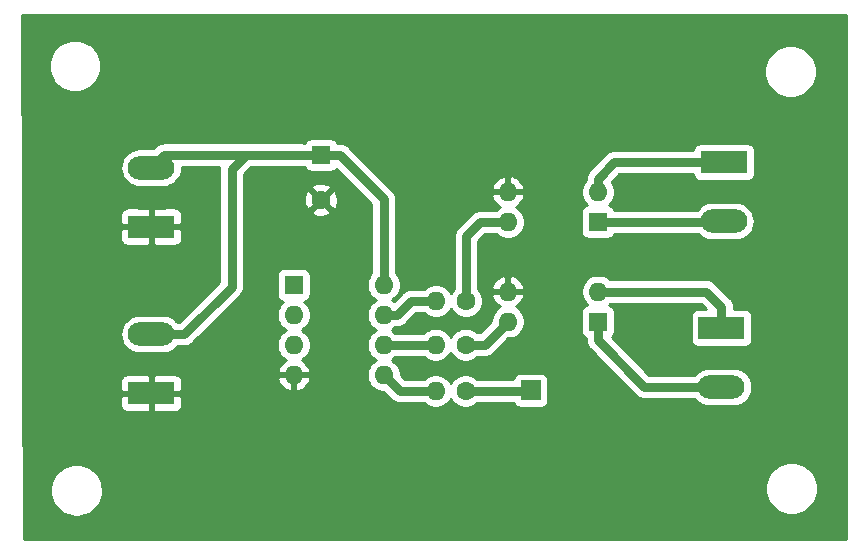
<source format=gbr>
G04 #@! TF.GenerationSoftware,KiCad,Pcbnew,(5.1.5)-3*
G04 #@! TF.CreationDate,2020-04-25T22:11:23+03:00*
G04 #@! TF.ProjectId,ATtiny85_NeoPixel_SKRv.1.3,41547469-6e79-4383-955f-4e656f506978,v.1.0*
G04 #@! TF.SameCoordinates,Original*
G04 #@! TF.FileFunction,Copper,L2,Bot*
G04 #@! TF.FilePolarity,Positive*
%FSLAX46Y46*%
G04 Gerber Fmt 4.6, Leading zero omitted, Abs format (unit mm)*
G04 Created by KiCad (PCBNEW (5.1.5)-3) date 2020-04-25 22:11:23*
%MOMM*%
%LPD*%
G04 APERTURE LIST*
%ADD10R,1.600000X1.600000*%
%ADD11C,1.600000*%
%ADD12O,3.960000X1.980000*%
%ADD13R,3.960000X1.980000*%
%ADD14R,1.700000X1.700000*%
%ADD15O,1.600000X1.600000*%
%ADD16C,0.800000*%
%ADD17C,0.254000*%
G04 APERTURE END LIST*
D10*
X71704200Y-60756800D03*
D11*
X71704200Y-64556800D03*
D12*
X57327800Y-61827400D03*
D13*
X57327800Y-66827400D03*
X57327800Y-80924400D03*
D12*
X57327800Y-75924400D03*
D14*
X89458800Y-80670400D03*
D12*
X105613200Y-80387200D03*
D13*
X105613200Y-75387200D03*
X105816400Y-61366400D03*
D12*
X105816400Y-66366400D03*
D15*
X81407000Y-80721200D03*
D11*
X83947000Y-80721200D03*
X83947000Y-76809600D03*
D15*
X81407000Y-76809600D03*
D11*
X83972400Y-73126600D03*
D15*
X81432400Y-73126600D03*
D10*
X69392800Y-71755000D03*
D15*
X77012800Y-79375000D03*
X69392800Y-74295000D03*
X77012800Y-76835000D03*
X69392800Y-76835000D03*
X77012800Y-74295000D03*
X69392800Y-79375000D03*
X77012800Y-71755000D03*
D10*
X95148400Y-74853800D03*
D15*
X87528400Y-72313800D03*
X95148400Y-72313800D03*
X87528400Y-74853800D03*
X87528400Y-66421000D03*
X95148400Y-63881000D03*
X87528400Y-63881000D03*
D10*
X95148400Y-66421000D03*
D16*
X58423800Y-60731400D02*
X57327800Y-61827400D01*
X70104200Y-60756800D02*
X70078800Y-60731400D01*
X77012800Y-64465400D02*
X77012800Y-70623630D01*
X77012800Y-70623630D02*
X77012800Y-71755000D01*
X73304200Y-60756800D02*
X77012800Y-64465400D01*
X71704200Y-60756800D02*
X73304200Y-60756800D01*
X71704200Y-60756800D02*
X70104200Y-60756800D01*
X64135000Y-61925200D02*
X65328800Y-60731400D01*
X65328800Y-60731400D02*
X58423800Y-60731400D01*
X57327800Y-75924400D02*
X60107800Y-75924400D01*
X70078800Y-60731400D02*
X65328800Y-60731400D01*
X60107800Y-75924400D02*
X64135000Y-71897200D01*
X64135000Y-71897200D02*
X64135000Y-61925200D01*
X89408000Y-80721200D02*
X89458800Y-80670400D01*
X83947000Y-80721200D02*
X89408000Y-80721200D01*
X99081800Y-80387200D02*
X102833200Y-80387200D01*
X95148400Y-76453800D02*
X99081800Y-80387200D01*
X102833200Y-80387200D02*
X105613200Y-80387200D01*
X95148400Y-74853800D02*
X95148400Y-76453800D01*
X104329800Y-72313800D02*
X105613200Y-73597200D01*
X105613200Y-73597200D02*
X105613200Y-75387200D01*
X95148400Y-72313800D02*
X104329800Y-72313800D01*
X103036400Y-61366400D02*
X105816400Y-61366400D01*
X95148400Y-62749630D02*
X96531630Y-61366400D01*
X96531630Y-61366400D02*
X103036400Y-61366400D01*
X95148400Y-63881000D02*
X95148400Y-62749630D01*
X105761800Y-66421000D02*
X105816400Y-66366400D01*
X95148400Y-66421000D02*
X105761800Y-66421000D01*
X78359000Y-80721200D02*
X77012800Y-79375000D01*
X81407000Y-80721200D02*
X78359000Y-80721200D01*
X85572600Y-76809600D02*
X87528400Y-74853800D01*
X83947000Y-76809600D02*
X85572600Y-76809600D01*
X81381600Y-76835000D02*
X81407000Y-76809600D01*
X77012800Y-76835000D02*
X81381600Y-76835000D01*
X83972400Y-73126600D02*
X83972400Y-67640200D01*
X85191600Y-66421000D02*
X87528400Y-66421000D01*
X83972400Y-67640200D02*
X85191600Y-66421000D01*
X79312570Y-73126600D02*
X81432400Y-73126600D01*
X77012800Y-74295000D02*
X78144170Y-74295000D01*
X78144170Y-74295000D02*
X79312570Y-73126600D01*
D17*
G36*
X116154234Y-93294127D02*
G01*
X46555602Y-93244271D01*
X46541134Y-88908472D01*
X48768200Y-88908472D01*
X48768200Y-89348728D01*
X48854090Y-89780525D01*
X49022569Y-90187269D01*
X49267162Y-90553329D01*
X49578471Y-90864638D01*
X49944531Y-91109231D01*
X50351275Y-91277710D01*
X50783072Y-91363600D01*
X51223328Y-91363600D01*
X51655125Y-91277710D01*
X52061869Y-91109231D01*
X52427929Y-90864638D01*
X52739238Y-90553329D01*
X52983831Y-90187269D01*
X53152310Y-89780525D01*
X53238200Y-89348728D01*
X53238200Y-88908472D01*
X53207886Y-88756072D01*
X109321800Y-88756072D01*
X109321800Y-89196328D01*
X109407690Y-89628125D01*
X109576169Y-90034869D01*
X109820762Y-90400929D01*
X110132071Y-90712238D01*
X110498131Y-90956831D01*
X110904875Y-91125310D01*
X111336672Y-91211200D01*
X111776928Y-91211200D01*
X112208725Y-91125310D01*
X112615469Y-90956831D01*
X112981529Y-90712238D01*
X113292838Y-90400929D01*
X113537431Y-90034869D01*
X113705910Y-89628125D01*
X113791800Y-89196328D01*
X113791800Y-88756072D01*
X113705910Y-88324275D01*
X113537431Y-87917531D01*
X113292838Y-87551471D01*
X112981529Y-87240162D01*
X112615469Y-86995569D01*
X112208725Y-86827090D01*
X111776928Y-86741200D01*
X111336672Y-86741200D01*
X110904875Y-86827090D01*
X110498131Y-86995569D01*
X110132071Y-87240162D01*
X109820762Y-87551471D01*
X109576169Y-87917531D01*
X109407690Y-88324275D01*
X109321800Y-88756072D01*
X53207886Y-88756072D01*
X53152310Y-88476675D01*
X52983831Y-88069931D01*
X52739238Y-87703871D01*
X52427929Y-87392562D01*
X52061869Y-87147969D01*
X51655125Y-86979490D01*
X51223328Y-86893600D01*
X50783072Y-86893600D01*
X50351275Y-86979490D01*
X49944531Y-87147969D01*
X49578471Y-87392562D01*
X49267162Y-87703871D01*
X49022569Y-88069931D01*
X48854090Y-88476675D01*
X48768200Y-88908472D01*
X46541134Y-88908472D01*
X46517795Y-81914400D01*
X54709728Y-81914400D01*
X54721988Y-82038882D01*
X54758298Y-82158580D01*
X54817263Y-82268894D01*
X54896615Y-82365585D01*
X54993306Y-82444937D01*
X55103620Y-82503902D01*
X55223318Y-82540212D01*
X55347800Y-82552472D01*
X57042050Y-82549400D01*
X57200800Y-82390650D01*
X57200800Y-81051400D01*
X57454800Y-81051400D01*
X57454800Y-82390650D01*
X57613550Y-82549400D01*
X59307800Y-82552472D01*
X59432282Y-82540212D01*
X59551980Y-82503902D01*
X59662294Y-82444937D01*
X59758985Y-82365585D01*
X59838337Y-82268894D01*
X59897302Y-82158580D01*
X59933612Y-82038882D01*
X59945872Y-81914400D01*
X59942800Y-81210150D01*
X59784050Y-81051400D01*
X57454800Y-81051400D01*
X57200800Y-81051400D01*
X54871550Y-81051400D01*
X54712800Y-81210150D01*
X54709728Y-81914400D01*
X46517795Y-81914400D01*
X46511188Y-79934400D01*
X54709728Y-79934400D01*
X54712800Y-80638650D01*
X54871550Y-80797400D01*
X57200800Y-80797400D01*
X57200800Y-79458150D01*
X57454800Y-79458150D01*
X57454800Y-80797400D01*
X59784050Y-80797400D01*
X59942800Y-80638650D01*
X59945872Y-79934400D01*
X59933612Y-79809918D01*
X59907561Y-79724039D01*
X68000896Y-79724039D01*
X68041554Y-79858087D01*
X68161763Y-80112420D01*
X68329281Y-80338414D01*
X68537669Y-80527385D01*
X68778919Y-80672070D01*
X69043760Y-80766909D01*
X69265800Y-80645624D01*
X69265800Y-79502000D01*
X69519800Y-79502000D01*
X69519800Y-80645624D01*
X69741840Y-80766909D01*
X70006681Y-80672070D01*
X70247931Y-80527385D01*
X70456319Y-80338414D01*
X70623837Y-80112420D01*
X70744046Y-79858087D01*
X70784704Y-79724039D01*
X70662715Y-79502000D01*
X69519800Y-79502000D01*
X69265800Y-79502000D01*
X68122885Y-79502000D01*
X68000896Y-79724039D01*
X59907561Y-79724039D01*
X59897302Y-79690220D01*
X59838337Y-79579906D01*
X59758985Y-79483215D01*
X59662294Y-79403863D01*
X59551980Y-79344898D01*
X59432282Y-79308588D01*
X59307800Y-79296328D01*
X57613550Y-79299400D01*
X57454800Y-79458150D01*
X57200800Y-79458150D01*
X57042050Y-79299400D01*
X55347800Y-79296328D01*
X55223318Y-79308588D01*
X55103620Y-79344898D01*
X54993306Y-79403863D01*
X54896615Y-79483215D01*
X54817263Y-79579906D01*
X54758298Y-79690220D01*
X54721988Y-79809918D01*
X54709728Y-79934400D01*
X46511188Y-79934400D01*
X46470753Y-67817400D01*
X54709728Y-67817400D01*
X54721988Y-67941882D01*
X54758298Y-68061580D01*
X54817263Y-68171894D01*
X54896615Y-68268585D01*
X54993306Y-68347937D01*
X55103620Y-68406902D01*
X55223318Y-68443212D01*
X55347800Y-68455472D01*
X57042050Y-68452400D01*
X57200800Y-68293650D01*
X57200800Y-66954400D01*
X57454800Y-66954400D01*
X57454800Y-68293650D01*
X57613550Y-68452400D01*
X59307800Y-68455472D01*
X59432282Y-68443212D01*
X59551980Y-68406902D01*
X59662294Y-68347937D01*
X59758985Y-68268585D01*
X59838337Y-68171894D01*
X59897302Y-68061580D01*
X59933612Y-67941882D01*
X59945872Y-67817400D01*
X59942800Y-67113150D01*
X59784050Y-66954400D01*
X57454800Y-66954400D01*
X57200800Y-66954400D01*
X54871550Y-66954400D01*
X54712800Y-67113150D01*
X54709728Y-67817400D01*
X46470753Y-67817400D01*
X46464146Y-65837400D01*
X54709728Y-65837400D01*
X54712800Y-66541650D01*
X54871550Y-66700400D01*
X57200800Y-66700400D01*
X57200800Y-65361150D01*
X57454800Y-65361150D01*
X57454800Y-66700400D01*
X59784050Y-66700400D01*
X59942800Y-66541650D01*
X59945872Y-65837400D01*
X59933612Y-65712918D01*
X59897302Y-65593220D01*
X59838337Y-65482906D01*
X59758985Y-65386215D01*
X59662294Y-65306863D01*
X59551980Y-65247898D01*
X59432282Y-65211588D01*
X59307800Y-65199328D01*
X57613550Y-65202400D01*
X57454800Y-65361150D01*
X57200800Y-65361150D01*
X57042050Y-65202400D01*
X55347800Y-65199328D01*
X55223318Y-65211588D01*
X55103620Y-65247898D01*
X54993306Y-65306863D01*
X54896615Y-65386215D01*
X54817263Y-65482906D01*
X54758298Y-65593220D01*
X54721988Y-65712918D01*
X54709728Y-65837400D01*
X46464146Y-65837400D01*
X46450764Y-61827400D01*
X54704938Y-61827400D01*
X54736313Y-62145956D01*
X54829232Y-62452269D01*
X54980125Y-62734570D01*
X55183192Y-62982008D01*
X55430630Y-63185075D01*
X55712931Y-63335968D01*
X56019244Y-63428887D01*
X56257976Y-63452400D01*
X58397624Y-63452400D01*
X58636356Y-63428887D01*
X58942669Y-63335968D01*
X59224970Y-63185075D01*
X59472408Y-62982008D01*
X59675475Y-62734570D01*
X59826368Y-62452269D01*
X59919287Y-62145956D01*
X59950662Y-61827400D01*
X59944654Y-61766400D01*
X63110634Y-61766400D01*
X63094994Y-61925200D01*
X63100001Y-61976038D01*
X63100000Y-71468489D01*
X59679090Y-74889400D01*
X59570568Y-74889400D01*
X59472408Y-74769792D01*
X59224970Y-74566725D01*
X58942669Y-74415832D01*
X58636356Y-74322913D01*
X58397624Y-74299400D01*
X56257976Y-74299400D01*
X56019244Y-74322913D01*
X55712931Y-74415832D01*
X55430630Y-74566725D01*
X55183192Y-74769792D01*
X54980125Y-75017230D01*
X54829232Y-75299531D01*
X54736313Y-75605844D01*
X54704938Y-75924400D01*
X54736313Y-76242956D01*
X54829232Y-76549269D01*
X54980125Y-76831570D01*
X55183192Y-77079008D01*
X55430630Y-77282075D01*
X55712931Y-77432968D01*
X56019244Y-77525887D01*
X56257976Y-77549400D01*
X58397624Y-77549400D01*
X58636356Y-77525887D01*
X58942669Y-77432968D01*
X59224970Y-77282075D01*
X59472408Y-77079008D01*
X59570568Y-76959400D01*
X60056972Y-76959400D01*
X60107800Y-76964406D01*
X60158628Y-76959400D01*
X60158638Y-76959400D01*
X60310695Y-76944424D01*
X60505793Y-76885241D01*
X60685597Y-76789134D01*
X60843196Y-76659796D01*
X60875607Y-76620303D01*
X64830908Y-72665003D01*
X64870396Y-72632596D01*
X64932278Y-72557193D01*
X64999734Y-72474998D01*
X65095840Y-72295194D01*
X65095841Y-72295193D01*
X65155024Y-72100095D01*
X65170000Y-71948038D01*
X65170000Y-71948035D01*
X65175007Y-71897200D01*
X65170000Y-71846365D01*
X65170000Y-70955000D01*
X67954728Y-70955000D01*
X67954728Y-72555000D01*
X67966988Y-72679482D01*
X68003298Y-72799180D01*
X68062263Y-72909494D01*
X68141615Y-73006185D01*
X68238306Y-73085537D01*
X68348620Y-73144502D01*
X68468318Y-73180812D01*
X68476761Y-73181643D01*
X68278163Y-73380241D01*
X68121120Y-73615273D01*
X68012947Y-73876426D01*
X67957800Y-74153665D01*
X67957800Y-74436335D01*
X68012947Y-74713574D01*
X68121120Y-74974727D01*
X68278163Y-75209759D01*
X68478041Y-75409637D01*
X68710559Y-75565000D01*
X68478041Y-75720363D01*
X68278163Y-75920241D01*
X68121120Y-76155273D01*
X68012947Y-76416426D01*
X67957800Y-76693665D01*
X67957800Y-76976335D01*
X68012947Y-77253574D01*
X68121120Y-77514727D01*
X68278163Y-77749759D01*
X68478041Y-77949637D01*
X68713073Y-78106680D01*
X68723665Y-78111067D01*
X68537669Y-78222615D01*
X68329281Y-78411586D01*
X68161763Y-78637580D01*
X68041554Y-78891913D01*
X68000896Y-79025961D01*
X68122885Y-79248000D01*
X69265800Y-79248000D01*
X69265800Y-79228000D01*
X69519800Y-79228000D01*
X69519800Y-79248000D01*
X70662715Y-79248000D01*
X70784704Y-79025961D01*
X70744046Y-78891913D01*
X70623837Y-78637580D01*
X70456319Y-78411586D01*
X70247931Y-78222615D01*
X70061935Y-78111067D01*
X70072527Y-78106680D01*
X70307559Y-77949637D01*
X70507437Y-77749759D01*
X70664480Y-77514727D01*
X70772653Y-77253574D01*
X70827800Y-76976335D01*
X70827800Y-76693665D01*
X70772653Y-76416426D01*
X70664480Y-76155273D01*
X70507437Y-75920241D01*
X70307559Y-75720363D01*
X70075041Y-75565000D01*
X70307559Y-75409637D01*
X70507437Y-75209759D01*
X70664480Y-74974727D01*
X70772653Y-74713574D01*
X70827800Y-74436335D01*
X70827800Y-74153665D01*
X70772653Y-73876426D01*
X70664480Y-73615273D01*
X70507437Y-73380241D01*
X70308839Y-73181643D01*
X70317282Y-73180812D01*
X70436980Y-73144502D01*
X70547294Y-73085537D01*
X70643985Y-73006185D01*
X70723337Y-72909494D01*
X70782302Y-72799180D01*
X70818612Y-72679482D01*
X70830872Y-72555000D01*
X70830872Y-70955000D01*
X70818612Y-70830518D01*
X70782302Y-70710820D01*
X70723337Y-70600506D01*
X70643985Y-70503815D01*
X70547294Y-70424463D01*
X70436980Y-70365498D01*
X70317282Y-70329188D01*
X70192800Y-70316928D01*
X68592800Y-70316928D01*
X68468318Y-70329188D01*
X68348620Y-70365498D01*
X68238306Y-70424463D01*
X68141615Y-70503815D01*
X68062263Y-70600506D01*
X68003298Y-70710820D01*
X67966988Y-70830518D01*
X67954728Y-70955000D01*
X65170000Y-70955000D01*
X65170000Y-65549502D01*
X70891103Y-65549502D01*
X70962686Y-65793471D01*
X71218196Y-65914371D01*
X71492384Y-65983100D01*
X71774712Y-65997017D01*
X72054330Y-65955587D01*
X72320492Y-65860403D01*
X72445714Y-65793471D01*
X72517297Y-65549502D01*
X71704200Y-64736405D01*
X70891103Y-65549502D01*
X65170000Y-65549502D01*
X65170000Y-64627312D01*
X70263983Y-64627312D01*
X70305413Y-64906930D01*
X70400597Y-65173092D01*
X70467529Y-65298314D01*
X70711498Y-65369897D01*
X71524595Y-64556800D01*
X71883805Y-64556800D01*
X72696902Y-65369897D01*
X72940871Y-65298314D01*
X73061771Y-65042804D01*
X73130500Y-64768616D01*
X73144417Y-64486288D01*
X73102987Y-64206670D01*
X73007803Y-63940508D01*
X72940871Y-63815286D01*
X72696902Y-63743703D01*
X71883805Y-64556800D01*
X71524595Y-64556800D01*
X70711498Y-63743703D01*
X70467529Y-63815286D01*
X70346629Y-64070796D01*
X70277900Y-64344984D01*
X70263983Y-64627312D01*
X65170000Y-64627312D01*
X65170000Y-63564098D01*
X70891103Y-63564098D01*
X71704200Y-64377195D01*
X72517297Y-63564098D01*
X72445714Y-63320129D01*
X72190204Y-63199229D01*
X71916016Y-63130500D01*
X71633688Y-63116583D01*
X71354070Y-63158013D01*
X71087908Y-63253197D01*
X70962686Y-63320129D01*
X70891103Y-63564098D01*
X65170000Y-63564098D01*
X65170000Y-62353910D01*
X65757511Y-61766400D01*
X69866942Y-61766400D01*
X69901305Y-61776824D01*
X70053362Y-61791800D01*
X70053371Y-61791800D01*
X70104199Y-61796806D01*
X70155027Y-61791800D01*
X70311913Y-61791800D01*
X70314698Y-61800980D01*
X70373663Y-61911294D01*
X70453015Y-62007985D01*
X70549706Y-62087337D01*
X70660020Y-62146302D01*
X70779718Y-62182612D01*
X70904200Y-62194872D01*
X72504200Y-62194872D01*
X72628682Y-62182612D01*
X72748380Y-62146302D01*
X72858694Y-62087337D01*
X72955385Y-62007985D01*
X73016818Y-61933128D01*
X75977800Y-64894111D01*
X75977801Y-70572783D01*
X75977800Y-70572793D01*
X75977800Y-70760604D01*
X75898163Y-70840241D01*
X75741120Y-71075273D01*
X75632947Y-71336426D01*
X75577800Y-71613665D01*
X75577800Y-71896335D01*
X75632947Y-72173574D01*
X75741120Y-72434727D01*
X75898163Y-72669759D01*
X76098041Y-72869637D01*
X76330559Y-73025000D01*
X76098041Y-73180363D01*
X75898163Y-73380241D01*
X75741120Y-73615273D01*
X75632947Y-73876426D01*
X75577800Y-74153665D01*
X75577800Y-74436335D01*
X75632947Y-74713574D01*
X75741120Y-74974727D01*
X75898163Y-75209759D01*
X76098041Y-75409637D01*
X76330559Y-75565000D01*
X76098041Y-75720363D01*
X75898163Y-75920241D01*
X75741120Y-76155273D01*
X75632947Y-76416426D01*
X75577800Y-76693665D01*
X75577800Y-76976335D01*
X75632947Y-77253574D01*
X75741120Y-77514727D01*
X75898163Y-77749759D01*
X76098041Y-77949637D01*
X76330559Y-78105000D01*
X76098041Y-78260363D01*
X75898163Y-78460241D01*
X75741120Y-78695273D01*
X75632947Y-78956426D01*
X75577800Y-79233665D01*
X75577800Y-79516335D01*
X75632947Y-79793574D01*
X75741120Y-80054727D01*
X75898163Y-80289759D01*
X76098041Y-80489637D01*
X76333073Y-80646680D01*
X76594226Y-80754853D01*
X76871465Y-80810000D01*
X76984089Y-80810000D01*
X77591197Y-81417108D01*
X77623604Y-81456596D01*
X77663092Y-81489003D01*
X77781202Y-81585934D01*
X77874793Y-81635959D01*
X77961007Y-81682041D01*
X78156105Y-81741224D01*
X78308162Y-81756200D01*
X78308171Y-81756200D01*
X78358999Y-81761206D01*
X78409827Y-81756200D01*
X80412604Y-81756200D01*
X80492241Y-81835837D01*
X80727273Y-81992880D01*
X80988426Y-82101053D01*
X81265665Y-82156200D01*
X81548335Y-82156200D01*
X81825574Y-82101053D01*
X82086727Y-81992880D01*
X82321759Y-81835837D01*
X82521637Y-81635959D01*
X82677000Y-81403441D01*
X82832363Y-81635959D01*
X83032241Y-81835837D01*
X83267273Y-81992880D01*
X83528426Y-82101053D01*
X83805665Y-82156200D01*
X84088335Y-82156200D01*
X84365574Y-82101053D01*
X84626727Y-81992880D01*
X84861759Y-81835837D01*
X84941396Y-81756200D01*
X88016756Y-81756200D01*
X88019298Y-81764580D01*
X88078263Y-81874894D01*
X88157615Y-81971585D01*
X88254306Y-82050937D01*
X88364620Y-82109902D01*
X88484318Y-82146212D01*
X88608800Y-82158472D01*
X90308800Y-82158472D01*
X90433282Y-82146212D01*
X90552980Y-82109902D01*
X90663294Y-82050937D01*
X90759985Y-81971585D01*
X90839337Y-81874894D01*
X90898302Y-81764580D01*
X90934612Y-81644882D01*
X90946872Y-81520400D01*
X90946872Y-79820400D01*
X90934612Y-79695918D01*
X90898302Y-79576220D01*
X90839337Y-79465906D01*
X90759985Y-79369215D01*
X90663294Y-79289863D01*
X90552980Y-79230898D01*
X90433282Y-79194588D01*
X90308800Y-79182328D01*
X88608800Y-79182328D01*
X88484318Y-79194588D01*
X88364620Y-79230898D01*
X88254306Y-79289863D01*
X88157615Y-79369215D01*
X88078263Y-79465906D01*
X88019298Y-79576220D01*
X87985936Y-79686200D01*
X84941396Y-79686200D01*
X84861759Y-79606563D01*
X84626727Y-79449520D01*
X84365574Y-79341347D01*
X84088335Y-79286200D01*
X83805665Y-79286200D01*
X83528426Y-79341347D01*
X83267273Y-79449520D01*
X83032241Y-79606563D01*
X82832363Y-79806441D01*
X82677000Y-80038959D01*
X82521637Y-79806441D01*
X82321759Y-79606563D01*
X82086727Y-79449520D01*
X81825574Y-79341347D01*
X81548335Y-79286200D01*
X81265665Y-79286200D01*
X80988426Y-79341347D01*
X80727273Y-79449520D01*
X80492241Y-79606563D01*
X80412604Y-79686200D01*
X78787711Y-79686200D01*
X78447800Y-79346289D01*
X78447800Y-79233665D01*
X78392653Y-78956426D01*
X78284480Y-78695273D01*
X78127437Y-78460241D01*
X77927559Y-78260363D01*
X77695041Y-78105000D01*
X77927559Y-77949637D01*
X78007196Y-77870000D01*
X80438004Y-77870000D01*
X80492241Y-77924237D01*
X80727273Y-78081280D01*
X80988426Y-78189453D01*
X81265665Y-78244600D01*
X81548335Y-78244600D01*
X81825574Y-78189453D01*
X82086727Y-78081280D01*
X82321759Y-77924237D01*
X82521637Y-77724359D01*
X82677000Y-77491841D01*
X82832363Y-77724359D01*
X83032241Y-77924237D01*
X83267273Y-78081280D01*
X83528426Y-78189453D01*
X83805665Y-78244600D01*
X84088335Y-78244600D01*
X84365574Y-78189453D01*
X84626727Y-78081280D01*
X84861759Y-77924237D01*
X84941396Y-77844600D01*
X85521772Y-77844600D01*
X85572600Y-77849606D01*
X85623428Y-77844600D01*
X85623438Y-77844600D01*
X85775495Y-77829624D01*
X85970593Y-77770441D01*
X86150397Y-77674334D01*
X86307996Y-77544996D01*
X86340407Y-77505503D01*
X87557111Y-76288800D01*
X87669735Y-76288800D01*
X87946974Y-76233653D01*
X88208127Y-76125480D01*
X88443159Y-75968437D01*
X88643037Y-75768559D01*
X88800080Y-75533527D01*
X88908253Y-75272374D01*
X88963400Y-74995135D01*
X88963400Y-74712465D01*
X88908253Y-74435226D01*
X88800080Y-74174073D01*
X88719717Y-74053800D01*
X93710328Y-74053800D01*
X93710328Y-75653800D01*
X93722588Y-75778282D01*
X93758898Y-75897980D01*
X93817863Y-76008294D01*
X93897215Y-76104985D01*
X93993906Y-76184337D01*
X94104220Y-76243302D01*
X94113401Y-76246087D01*
X94113401Y-76402963D01*
X94108394Y-76453800D01*
X94128377Y-76656695D01*
X94187560Y-76851793D01*
X94283666Y-77031597D01*
X94380597Y-77149707D01*
X94413005Y-77189196D01*
X94452492Y-77221602D01*
X98313997Y-81083108D01*
X98346404Y-81122596D01*
X98385892Y-81155003D01*
X98504002Y-81251934D01*
X98683806Y-81348041D01*
X98729215Y-81361815D01*
X98878905Y-81407224D01*
X99030962Y-81422200D01*
X99030965Y-81422200D01*
X99081800Y-81427207D01*
X99132635Y-81422200D01*
X103370432Y-81422200D01*
X103468592Y-81541808D01*
X103716030Y-81744875D01*
X103998331Y-81895768D01*
X104304644Y-81988687D01*
X104543376Y-82012200D01*
X106683024Y-82012200D01*
X106921756Y-81988687D01*
X107228069Y-81895768D01*
X107510370Y-81744875D01*
X107757808Y-81541808D01*
X107960875Y-81294370D01*
X108111768Y-81012069D01*
X108204687Y-80705756D01*
X108236062Y-80387200D01*
X108204687Y-80068644D01*
X108111768Y-79762331D01*
X107960875Y-79480030D01*
X107757808Y-79232592D01*
X107510370Y-79029525D01*
X107228069Y-78878632D01*
X106921756Y-78785713D01*
X106683024Y-78762200D01*
X104543376Y-78762200D01*
X104304644Y-78785713D01*
X103998331Y-78878632D01*
X103716030Y-79029525D01*
X103468592Y-79232592D01*
X103370432Y-79352200D01*
X99510511Y-79352200D01*
X96324728Y-76166418D01*
X96399585Y-76104985D01*
X96478937Y-76008294D01*
X96537902Y-75897980D01*
X96574212Y-75778282D01*
X96586472Y-75653800D01*
X96586472Y-74053800D01*
X96574212Y-73929318D01*
X96537902Y-73809620D01*
X96478937Y-73699306D01*
X96399585Y-73602615D01*
X96302894Y-73523263D01*
X96192580Y-73464298D01*
X96072882Y-73427988D01*
X96064439Y-73427157D01*
X96142796Y-73348800D01*
X103901090Y-73348800D01*
X104311417Y-73759128D01*
X103633200Y-73759128D01*
X103508718Y-73771388D01*
X103389020Y-73807698D01*
X103278706Y-73866663D01*
X103182015Y-73946015D01*
X103102663Y-74042706D01*
X103043698Y-74153020D01*
X103007388Y-74272718D01*
X102995128Y-74397200D01*
X102995128Y-76377200D01*
X103007388Y-76501682D01*
X103043698Y-76621380D01*
X103102663Y-76731694D01*
X103182015Y-76828385D01*
X103278706Y-76907737D01*
X103389020Y-76966702D01*
X103508718Y-77003012D01*
X103633200Y-77015272D01*
X107593200Y-77015272D01*
X107717682Y-77003012D01*
X107837380Y-76966702D01*
X107947694Y-76907737D01*
X108044385Y-76828385D01*
X108123737Y-76731694D01*
X108182702Y-76621380D01*
X108219012Y-76501682D01*
X108231272Y-76377200D01*
X108231272Y-74397200D01*
X108219012Y-74272718D01*
X108182702Y-74153020D01*
X108123737Y-74042706D01*
X108044385Y-73946015D01*
X107947694Y-73866663D01*
X107837380Y-73807698D01*
X107717682Y-73771388D01*
X107593200Y-73759128D01*
X106648200Y-73759128D01*
X106648200Y-73648035D01*
X106653207Y-73597200D01*
X106645925Y-73523263D01*
X106633224Y-73394305D01*
X106574041Y-73199207D01*
X106513283Y-73085537D01*
X106477934Y-73019402D01*
X106381003Y-72901292D01*
X106348596Y-72861804D01*
X106309108Y-72829397D01*
X105097607Y-71617897D01*
X105065196Y-71578404D01*
X104907597Y-71449066D01*
X104727793Y-71352959D01*
X104532695Y-71293776D01*
X104380638Y-71278800D01*
X104380628Y-71278800D01*
X104329800Y-71273794D01*
X104278972Y-71278800D01*
X96142796Y-71278800D01*
X96063159Y-71199163D01*
X95828127Y-71042120D01*
X95566974Y-70933947D01*
X95289735Y-70878800D01*
X95007065Y-70878800D01*
X94729826Y-70933947D01*
X94468673Y-71042120D01*
X94233641Y-71199163D01*
X94033763Y-71399041D01*
X93876720Y-71634073D01*
X93768547Y-71895226D01*
X93713400Y-72172465D01*
X93713400Y-72455135D01*
X93768547Y-72732374D01*
X93876720Y-72993527D01*
X94033763Y-73228559D01*
X94232361Y-73427157D01*
X94223918Y-73427988D01*
X94104220Y-73464298D01*
X93993906Y-73523263D01*
X93897215Y-73602615D01*
X93817863Y-73699306D01*
X93758898Y-73809620D01*
X93722588Y-73929318D01*
X93710328Y-74053800D01*
X88719717Y-74053800D01*
X88643037Y-73939041D01*
X88443159Y-73739163D01*
X88208127Y-73582120D01*
X88197535Y-73577733D01*
X88383531Y-73466185D01*
X88591919Y-73277214D01*
X88759437Y-73051220D01*
X88879646Y-72796887D01*
X88920304Y-72662839D01*
X88798315Y-72440800D01*
X87655400Y-72440800D01*
X87655400Y-72460800D01*
X87401400Y-72460800D01*
X87401400Y-72440800D01*
X86258485Y-72440800D01*
X86136496Y-72662839D01*
X86177154Y-72796887D01*
X86297363Y-73051220D01*
X86464881Y-73277214D01*
X86673269Y-73466185D01*
X86859265Y-73577733D01*
X86848673Y-73582120D01*
X86613641Y-73739163D01*
X86413763Y-73939041D01*
X86256720Y-74174073D01*
X86148547Y-74435226D01*
X86093400Y-74712465D01*
X86093400Y-74825089D01*
X85143890Y-75774600D01*
X84941396Y-75774600D01*
X84861759Y-75694963D01*
X84626727Y-75537920D01*
X84365574Y-75429747D01*
X84088335Y-75374600D01*
X83805665Y-75374600D01*
X83528426Y-75429747D01*
X83267273Y-75537920D01*
X83032241Y-75694963D01*
X82832363Y-75894841D01*
X82677000Y-76127359D01*
X82521637Y-75894841D01*
X82321759Y-75694963D01*
X82086727Y-75537920D01*
X81825574Y-75429747D01*
X81548335Y-75374600D01*
X81265665Y-75374600D01*
X80988426Y-75429747D01*
X80727273Y-75537920D01*
X80492241Y-75694963D01*
X80387204Y-75800000D01*
X78007196Y-75800000D01*
X77927559Y-75720363D01*
X77695041Y-75565000D01*
X77927559Y-75409637D01*
X78007196Y-75330000D01*
X78093342Y-75330000D01*
X78144170Y-75335006D01*
X78194998Y-75330000D01*
X78195008Y-75330000D01*
X78347065Y-75315024D01*
X78542163Y-75255841D01*
X78721967Y-75159734D01*
X78879566Y-75030396D01*
X78911977Y-74990903D01*
X79741281Y-74161600D01*
X80438004Y-74161600D01*
X80517641Y-74241237D01*
X80752673Y-74398280D01*
X81013826Y-74506453D01*
X81291065Y-74561600D01*
X81573735Y-74561600D01*
X81850974Y-74506453D01*
X82112127Y-74398280D01*
X82347159Y-74241237D01*
X82547037Y-74041359D01*
X82702400Y-73808841D01*
X82857763Y-74041359D01*
X83057641Y-74241237D01*
X83292673Y-74398280D01*
X83553826Y-74506453D01*
X83831065Y-74561600D01*
X84113735Y-74561600D01*
X84390974Y-74506453D01*
X84652127Y-74398280D01*
X84887159Y-74241237D01*
X85087037Y-74041359D01*
X85244080Y-73806327D01*
X85352253Y-73545174D01*
X85407400Y-73267935D01*
X85407400Y-72985265D01*
X85352253Y-72708026D01*
X85244080Y-72446873D01*
X85087037Y-72211841D01*
X85007400Y-72132204D01*
X85007400Y-71964761D01*
X86136496Y-71964761D01*
X86258485Y-72186800D01*
X87401400Y-72186800D01*
X87401400Y-71043176D01*
X87655400Y-71043176D01*
X87655400Y-72186800D01*
X88798315Y-72186800D01*
X88920304Y-71964761D01*
X88879646Y-71830713D01*
X88759437Y-71576380D01*
X88591919Y-71350386D01*
X88383531Y-71161415D01*
X88142281Y-71016730D01*
X87877440Y-70921891D01*
X87655400Y-71043176D01*
X87401400Y-71043176D01*
X87179360Y-70921891D01*
X86914519Y-71016730D01*
X86673269Y-71161415D01*
X86464881Y-71350386D01*
X86297363Y-71576380D01*
X86177154Y-71830713D01*
X86136496Y-71964761D01*
X85007400Y-71964761D01*
X85007400Y-68068910D01*
X85620311Y-67456000D01*
X86534004Y-67456000D01*
X86613641Y-67535637D01*
X86848673Y-67692680D01*
X87109826Y-67800853D01*
X87387065Y-67856000D01*
X87669735Y-67856000D01*
X87946974Y-67800853D01*
X88208127Y-67692680D01*
X88443159Y-67535637D01*
X88643037Y-67335759D01*
X88800080Y-67100727D01*
X88908253Y-66839574D01*
X88963400Y-66562335D01*
X88963400Y-66279665D01*
X88908253Y-66002426D01*
X88800080Y-65741273D01*
X88719717Y-65621000D01*
X93710328Y-65621000D01*
X93710328Y-67221000D01*
X93722588Y-67345482D01*
X93758898Y-67465180D01*
X93817863Y-67575494D01*
X93897215Y-67672185D01*
X93993906Y-67751537D01*
X94104220Y-67810502D01*
X94223918Y-67846812D01*
X94348400Y-67859072D01*
X95948400Y-67859072D01*
X96072882Y-67846812D01*
X96192580Y-67810502D01*
X96302894Y-67751537D01*
X96399585Y-67672185D01*
X96478937Y-67575494D01*
X96537902Y-67465180D01*
X96540687Y-67456000D01*
X103618441Y-67456000D01*
X103671792Y-67521008D01*
X103919230Y-67724075D01*
X104201531Y-67874968D01*
X104507844Y-67967887D01*
X104746576Y-67991400D01*
X106886224Y-67991400D01*
X107124956Y-67967887D01*
X107431269Y-67874968D01*
X107713570Y-67724075D01*
X107961008Y-67521008D01*
X108164075Y-67273570D01*
X108314968Y-66991269D01*
X108407887Y-66684956D01*
X108439262Y-66366400D01*
X108407887Y-66047844D01*
X108314968Y-65741531D01*
X108164075Y-65459230D01*
X107961008Y-65211792D01*
X107713570Y-65008725D01*
X107431269Y-64857832D01*
X107124956Y-64764913D01*
X106886224Y-64741400D01*
X104746576Y-64741400D01*
X104507844Y-64764913D01*
X104201531Y-64857832D01*
X103919230Y-65008725D01*
X103671792Y-65211792D01*
X103528823Y-65386000D01*
X96540687Y-65386000D01*
X96537902Y-65376820D01*
X96478937Y-65266506D01*
X96399585Y-65169815D01*
X96302894Y-65090463D01*
X96192580Y-65031498D01*
X96072882Y-64995188D01*
X96064439Y-64994357D01*
X96263037Y-64795759D01*
X96420080Y-64560727D01*
X96528253Y-64299574D01*
X96583400Y-64022335D01*
X96583400Y-63739665D01*
X96528253Y-63462426D01*
X96420080Y-63201273D01*
X96316094Y-63045646D01*
X96960341Y-62401400D01*
X103202760Y-62401400D01*
X103210588Y-62480882D01*
X103246898Y-62600580D01*
X103305863Y-62710894D01*
X103385215Y-62807585D01*
X103481906Y-62886937D01*
X103592220Y-62945902D01*
X103711918Y-62982212D01*
X103836400Y-62994472D01*
X107796400Y-62994472D01*
X107920882Y-62982212D01*
X108040580Y-62945902D01*
X108150894Y-62886937D01*
X108247585Y-62807585D01*
X108326937Y-62710894D01*
X108385902Y-62600580D01*
X108422212Y-62480882D01*
X108434472Y-62356400D01*
X108434472Y-60376400D01*
X108422212Y-60251918D01*
X108385902Y-60132220D01*
X108326937Y-60021906D01*
X108247585Y-59925215D01*
X108150894Y-59845863D01*
X108040580Y-59786898D01*
X107920882Y-59750588D01*
X107796400Y-59738328D01*
X103836400Y-59738328D01*
X103711918Y-59750588D01*
X103592220Y-59786898D01*
X103481906Y-59845863D01*
X103385215Y-59925215D01*
X103305863Y-60021906D01*
X103246898Y-60132220D01*
X103210588Y-60251918D01*
X103202760Y-60331400D01*
X96582465Y-60331400D01*
X96531630Y-60326393D01*
X96480795Y-60331400D01*
X96480792Y-60331400D01*
X96328735Y-60346376D01*
X96179045Y-60391785D01*
X96133636Y-60405559D01*
X95953832Y-60501666D01*
X95835722Y-60598597D01*
X95796234Y-60631004D01*
X95763827Y-60670492D01*
X94452492Y-61981828D01*
X94413005Y-62014234D01*
X94380598Y-62053722D01*
X94380597Y-62053723D01*
X94283666Y-62171833D01*
X94187560Y-62351637D01*
X94128377Y-62546735D01*
X94108394Y-62749630D01*
X94113401Y-62800467D01*
X94113401Y-62886603D01*
X94033763Y-62966241D01*
X93876720Y-63201273D01*
X93768547Y-63462426D01*
X93713400Y-63739665D01*
X93713400Y-64022335D01*
X93768547Y-64299574D01*
X93876720Y-64560727D01*
X94033763Y-64795759D01*
X94232361Y-64994357D01*
X94223918Y-64995188D01*
X94104220Y-65031498D01*
X93993906Y-65090463D01*
X93897215Y-65169815D01*
X93817863Y-65266506D01*
X93758898Y-65376820D01*
X93722588Y-65496518D01*
X93710328Y-65621000D01*
X88719717Y-65621000D01*
X88643037Y-65506241D01*
X88443159Y-65306363D01*
X88208127Y-65149320D01*
X88197535Y-65144933D01*
X88383531Y-65033385D01*
X88591919Y-64844414D01*
X88759437Y-64618420D01*
X88879646Y-64364087D01*
X88920304Y-64230039D01*
X88798315Y-64008000D01*
X87655400Y-64008000D01*
X87655400Y-64028000D01*
X87401400Y-64028000D01*
X87401400Y-64008000D01*
X86258485Y-64008000D01*
X86136496Y-64230039D01*
X86177154Y-64364087D01*
X86297363Y-64618420D01*
X86464881Y-64844414D01*
X86673269Y-65033385D01*
X86859265Y-65144933D01*
X86848673Y-65149320D01*
X86613641Y-65306363D01*
X86534004Y-65386000D01*
X85242427Y-65386000D01*
X85191599Y-65380994D01*
X85140771Y-65386000D01*
X85140762Y-65386000D01*
X84988705Y-65400976D01*
X84793607Y-65460159D01*
X84725584Y-65496518D01*
X84613802Y-65556266D01*
X84568774Y-65593220D01*
X84456204Y-65685604D01*
X84423797Y-65725092D01*
X83276492Y-66872398D01*
X83237005Y-66904804D01*
X83204598Y-66944292D01*
X83204597Y-66944293D01*
X83107666Y-67062403D01*
X83011560Y-67242207D01*
X82952377Y-67437305D01*
X82932394Y-67640200D01*
X82937401Y-67691038D01*
X82937400Y-72132204D01*
X82857763Y-72211841D01*
X82702400Y-72444359D01*
X82547037Y-72211841D01*
X82347159Y-72011963D01*
X82112127Y-71854920D01*
X81850974Y-71746747D01*
X81573735Y-71691600D01*
X81291065Y-71691600D01*
X81013826Y-71746747D01*
X80752673Y-71854920D01*
X80517641Y-72011963D01*
X80438004Y-72091600D01*
X79363397Y-72091600D01*
X79312569Y-72086594D01*
X79261741Y-72091600D01*
X79261732Y-72091600D01*
X79109675Y-72106576D01*
X78914577Y-72165759D01*
X78875212Y-72186800D01*
X78734772Y-72261866D01*
X78671491Y-72313800D01*
X78577174Y-72391204D01*
X78544767Y-72430692D01*
X77848154Y-73127306D01*
X77695041Y-73025000D01*
X77927559Y-72869637D01*
X78127437Y-72669759D01*
X78284480Y-72434727D01*
X78392653Y-72173574D01*
X78447800Y-71896335D01*
X78447800Y-71613665D01*
X78392653Y-71336426D01*
X78284480Y-71075273D01*
X78127437Y-70840241D01*
X78047800Y-70760604D01*
X78047800Y-64516227D01*
X78052806Y-64465399D01*
X78047800Y-64414571D01*
X78047800Y-64414562D01*
X78032824Y-64262505D01*
X77973641Y-64067407D01*
X77901178Y-63931837D01*
X77877534Y-63887602D01*
X77780603Y-63769492D01*
X77748196Y-63730004D01*
X77708708Y-63697597D01*
X77543072Y-63531961D01*
X86136496Y-63531961D01*
X86258485Y-63754000D01*
X87401400Y-63754000D01*
X87401400Y-62610376D01*
X87655400Y-62610376D01*
X87655400Y-63754000D01*
X88798315Y-63754000D01*
X88920304Y-63531961D01*
X88879646Y-63397913D01*
X88759437Y-63143580D01*
X88591919Y-62917586D01*
X88383531Y-62728615D01*
X88142281Y-62583930D01*
X87877440Y-62489091D01*
X87655400Y-62610376D01*
X87401400Y-62610376D01*
X87179360Y-62489091D01*
X86914519Y-62583930D01*
X86673269Y-62728615D01*
X86464881Y-62917586D01*
X86297363Y-63143580D01*
X86177154Y-63397913D01*
X86136496Y-63531961D01*
X77543072Y-63531961D01*
X74072007Y-60060897D01*
X74039596Y-60021404D01*
X73881997Y-59892066D01*
X73702193Y-59795959D01*
X73507095Y-59736776D01*
X73355038Y-59721800D01*
X73355028Y-59721800D01*
X73304200Y-59716794D01*
X73253372Y-59721800D01*
X73096487Y-59721800D01*
X73093702Y-59712620D01*
X73034737Y-59602306D01*
X72955385Y-59505615D01*
X72858694Y-59426263D01*
X72748380Y-59367298D01*
X72628682Y-59330988D01*
X72504200Y-59318728D01*
X70904200Y-59318728D01*
X70779718Y-59330988D01*
X70660020Y-59367298D01*
X70549706Y-59426263D01*
X70453015Y-59505615D01*
X70373663Y-59602306D01*
X70314698Y-59712620D01*
X70312263Y-59720649D01*
X70281695Y-59711376D01*
X70129638Y-59696400D01*
X70129628Y-59696400D01*
X70078800Y-59691394D01*
X70027972Y-59696400D01*
X65379627Y-59696400D01*
X65328799Y-59691394D01*
X65277971Y-59696400D01*
X58474627Y-59696400D01*
X58423799Y-59691394D01*
X58372971Y-59696400D01*
X58372962Y-59696400D01*
X58220905Y-59711376D01*
X58025807Y-59770559D01*
X57995239Y-59786898D01*
X57846002Y-59866666D01*
X57736174Y-59956800D01*
X57688404Y-59996004D01*
X57655997Y-60035492D01*
X57489089Y-60202400D01*
X56257976Y-60202400D01*
X56019244Y-60225913D01*
X55712931Y-60318832D01*
X55430630Y-60469725D01*
X55183192Y-60672792D01*
X54980125Y-60920230D01*
X54829232Y-61202531D01*
X54736313Y-61508844D01*
X54704938Y-61827400D01*
X46450764Y-61827400D01*
X46421283Y-52992872D01*
X48641200Y-52992872D01*
X48641200Y-53433128D01*
X48727090Y-53864925D01*
X48895569Y-54271669D01*
X49140162Y-54637729D01*
X49451471Y-54949038D01*
X49817531Y-55193631D01*
X50224275Y-55362110D01*
X50656072Y-55448000D01*
X51096328Y-55448000D01*
X51528125Y-55362110D01*
X51934869Y-55193631D01*
X52300929Y-54949038D01*
X52612238Y-54637729D01*
X52856831Y-54271669D01*
X53025310Y-53864925D01*
X53102777Y-53475472D01*
X109220200Y-53475472D01*
X109220200Y-53915728D01*
X109306090Y-54347525D01*
X109474569Y-54754269D01*
X109719162Y-55120329D01*
X110030471Y-55431638D01*
X110396531Y-55676231D01*
X110803275Y-55844710D01*
X111235072Y-55930600D01*
X111675328Y-55930600D01*
X112107125Y-55844710D01*
X112513869Y-55676231D01*
X112879929Y-55431638D01*
X113191238Y-55120329D01*
X113435831Y-54754269D01*
X113604310Y-54347525D01*
X113690200Y-53915728D01*
X113690200Y-53475472D01*
X113604310Y-53043675D01*
X113435831Y-52636931D01*
X113191238Y-52270871D01*
X112879929Y-51959562D01*
X112513869Y-51714969D01*
X112107125Y-51546490D01*
X111675328Y-51460600D01*
X111235072Y-51460600D01*
X110803275Y-51546490D01*
X110396531Y-51714969D01*
X110030471Y-51959562D01*
X109719162Y-52270871D01*
X109474569Y-52636931D01*
X109306090Y-53043675D01*
X109220200Y-53475472D01*
X53102777Y-53475472D01*
X53111200Y-53433128D01*
X53111200Y-52992872D01*
X53025310Y-52561075D01*
X52856831Y-52154331D01*
X52612238Y-51788271D01*
X52300929Y-51476962D01*
X51934869Y-51232369D01*
X51528125Y-51063890D01*
X51096328Y-50978000D01*
X50656072Y-50978000D01*
X50224275Y-51063890D01*
X49817531Y-51232369D01*
X49451471Y-51476962D01*
X49140162Y-51788271D01*
X48895569Y-52154331D01*
X48727090Y-52561075D01*
X48641200Y-52992872D01*
X46421283Y-52992872D01*
X46407606Y-48894600D01*
X116129567Y-48894600D01*
X116154234Y-93294127D01*
G37*
X116154234Y-93294127D02*
X46555602Y-93244271D01*
X46541134Y-88908472D01*
X48768200Y-88908472D01*
X48768200Y-89348728D01*
X48854090Y-89780525D01*
X49022569Y-90187269D01*
X49267162Y-90553329D01*
X49578471Y-90864638D01*
X49944531Y-91109231D01*
X50351275Y-91277710D01*
X50783072Y-91363600D01*
X51223328Y-91363600D01*
X51655125Y-91277710D01*
X52061869Y-91109231D01*
X52427929Y-90864638D01*
X52739238Y-90553329D01*
X52983831Y-90187269D01*
X53152310Y-89780525D01*
X53238200Y-89348728D01*
X53238200Y-88908472D01*
X53207886Y-88756072D01*
X109321800Y-88756072D01*
X109321800Y-89196328D01*
X109407690Y-89628125D01*
X109576169Y-90034869D01*
X109820762Y-90400929D01*
X110132071Y-90712238D01*
X110498131Y-90956831D01*
X110904875Y-91125310D01*
X111336672Y-91211200D01*
X111776928Y-91211200D01*
X112208725Y-91125310D01*
X112615469Y-90956831D01*
X112981529Y-90712238D01*
X113292838Y-90400929D01*
X113537431Y-90034869D01*
X113705910Y-89628125D01*
X113791800Y-89196328D01*
X113791800Y-88756072D01*
X113705910Y-88324275D01*
X113537431Y-87917531D01*
X113292838Y-87551471D01*
X112981529Y-87240162D01*
X112615469Y-86995569D01*
X112208725Y-86827090D01*
X111776928Y-86741200D01*
X111336672Y-86741200D01*
X110904875Y-86827090D01*
X110498131Y-86995569D01*
X110132071Y-87240162D01*
X109820762Y-87551471D01*
X109576169Y-87917531D01*
X109407690Y-88324275D01*
X109321800Y-88756072D01*
X53207886Y-88756072D01*
X53152310Y-88476675D01*
X52983831Y-88069931D01*
X52739238Y-87703871D01*
X52427929Y-87392562D01*
X52061869Y-87147969D01*
X51655125Y-86979490D01*
X51223328Y-86893600D01*
X50783072Y-86893600D01*
X50351275Y-86979490D01*
X49944531Y-87147969D01*
X49578471Y-87392562D01*
X49267162Y-87703871D01*
X49022569Y-88069931D01*
X48854090Y-88476675D01*
X48768200Y-88908472D01*
X46541134Y-88908472D01*
X46517795Y-81914400D01*
X54709728Y-81914400D01*
X54721988Y-82038882D01*
X54758298Y-82158580D01*
X54817263Y-82268894D01*
X54896615Y-82365585D01*
X54993306Y-82444937D01*
X55103620Y-82503902D01*
X55223318Y-82540212D01*
X55347800Y-82552472D01*
X57042050Y-82549400D01*
X57200800Y-82390650D01*
X57200800Y-81051400D01*
X57454800Y-81051400D01*
X57454800Y-82390650D01*
X57613550Y-82549400D01*
X59307800Y-82552472D01*
X59432282Y-82540212D01*
X59551980Y-82503902D01*
X59662294Y-82444937D01*
X59758985Y-82365585D01*
X59838337Y-82268894D01*
X59897302Y-82158580D01*
X59933612Y-82038882D01*
X59945872Y-81914400D01*
X59942800Y-81210150D01*
X59784050Y-81051400D01*
X57454800Y-81051400D01*
X57200800Y-81051400D01*
X54871550Y-81051400D01*
X54712800Y-81210150D01*
X54709728Y-81914400D01*
X46517795Y-81914400D01*
X46511188Y-79934400D01*
X54709728Y-79934400D01*
X54712800Y-80638650D01*
X54871550Y-80797400D01*
X57200800Y-80797400D01*
X57200800Y-79458150D01*
X57454800Y-79458150D01*
X57454800Y-80797400D01*
X59784050Y-80797400D01*
X59942800Y-80638650D01*
X59945872Y-79934400D01*
X59933612Y-79809918D01*
X59907561Y-79724039D01*
X68000896Y-79724039D01*
X68041554Y-79858087D01*
X68161763Y-80112420D01*
X68329281Y-80338414D01*
X68537669Y-80527385D01*
X68778919Y-80672070D01*
X69043760Y-80766909D01*
X69265800Y-80645624D01*
X69265800Y-79502000D01*
X69519800Y-79502000D01*
X69519800Y-80645624D01*
X69741840Y-80766909D01*
X70006681Y-80672070D01*
X70247931Y-80527385D01*
X70456319Y-80338414D01*
X70623837Y-80112420D01*
X70744046Y-79858087D01*
X70784704Y-79724039D01*
X70662715Y-79502000D01*
X69519800Y-79502000D01*
X69265800Y-79502000D01*
X68122885Y-79502000D01*
X68000896Y-79724039D01*
X59907561Y-79724039D01*
X59897302Y-79690220D01*
X59838337Y-79579906D01*
X59758985Y-79483215D01*
X59662294Y-79403863D01*
X59551980Y-79344898D01*
X59432282Y-79308588D01*
X59307800Y-79296328D01*
X57613550Y-79299400D01*
X57454800Y-79458150D01*
X57200800Y-79458150D01*
X57042050Y-79299400D01*
X55347800Y-79296328D01*
X55223318Y-79308588D01*
X55103620Y-79344898D01*
X54993306Y-79403863D01*
X54896615Y-79483215D01*
X54817263Y-79579906D01*
X54758298Y-79690220D01*
X54721988Y-79809918D01*
X54709728Y-79934400D01*
X46511188Y-79934400D01*
X46470753Y-67817400D01*
X54709728Y-67817400D01*
X54721988Y-67941882D01*
X54758298Y-68061580D01*
X54817263Y-68171894D01*
X54896615Y-68268585D01*
X54993306Y-68347937D01*
X55103620Y-68406902D01*
X55223318Y-68443212D01*
X55347800Y-68455472D01*
X57042050Y-68452400D01*
X57200800Y-68293650D01*
X57200800Y-66954400D01*
X57454800Y-66954400D01*
X57454800Y-68293650D01*
X57613550Y-68452400D01*
X59307800Y-68455472D01*
X59432282Y-68443212D01*
X59551980Y-68406902D01*
X59662294Y-68347937D01*
X59758985Y-68268585D01*
X59838337Y-68171894D01*
X59897302Y-68061580D01*
X59933612Y-67941882D01*
X59945872Y-67817400D01*
X59942800Y-67113150D01*
X59784050Y-66954400D01*
X57454800Y-66954400D01*
X57200800Y-66954400D01*
X54871550Y-66954400D01*
X54712800Y-67113150D01*
X54709728Y-67817400D01*
X46470753Y-67817400D01*
X46464146Y-65837400D01*
X54709728Y-65837400D01*
X54712800Y-66541650D01*
X54871550Y-66700400D01*
X57200800Y-66700400D01*
X57200800Y-65361150D01*
X57454800Y-65361150D01*
X57454800Y-66700400D01*
X59784050Y-66700400D01*
X59942800Y-66541650D01*
X59945872Y-65837400D01*
X59933612Y-65712918D01*
X59897302Y-65593220D01*
X59838337Y-65482906D01*
X59758985Y-65386215D01*
X59662294Y-65306863D01*
X59551980Y-65247898D01*
X59432282Y-65211588D01*
X59307800Y-65199328D01*
X57613550Y-65202400D01*
X57454800Y-65361150D01*
X57200800Y-65361150D01*
X57042050Y-65202400D01*
X55347800Y-65199328D01*
X55223318Y-65211588D01*
X55103620Y-65247898D01*
X54993306Y-65306863D01*
X54896615Y-65386215D01*
X54817263Y-65482906D01*
X54758298Y-65593220D01*
X54721988Y-65712918D01*
X54709728Y-65837400D01*
X46464146Y-65837400D01*
X46450764Y-61827400D01*
X54704938Y-61827400D01*
X54736313Y-62145956D01*
X54829232Y-62452269D01*
X54980125Y-62734570D01*
X55183192Y-62982008D01*
X55430630Y-63185075D01*
X55712931Y-63335968D01*
X56019244Y-63428887D01*
X56257976Y-63452400D01*
X58397624Y-63452400D01*
X58636356Y-63428887D01*
X58942669Y-63335968D01*
X59224970Y-63185075D01*
X59472408Y-62982008D01*
X59675475Y-62734570D01*
X59826368Y-62452269D01*
X59919287Y-62145956D01*
X59950662Y-61827400D01*
X59944654Y-61766400D01*
X63110634Y-61766400D01*
X63094994Y-61925200D01*
X63100001Y-61976038D01*
X63100000Y-71468489D01*
X59679090Y-74889400D01*
X59570568Y-74889400D01*
X59472408Y-74769792D01*
X59224970Y-74566725D01*
X58942669Y-74415832D01*
X58636356Y-74322913D01*
X58397624Y-74299400D01*
X56257976Y-74299400D01*
X56019244Y-74322913D01*
X55712931Y-74415832D01*
X55430630Y-74566725D01*
X55183192Y-74769792D01*
X54980125Y-75017230D01*
X54829232Y-75299531D01*
X54736313Y-75605844D01*
X54704938Y-75924400D01*
X54736313Y-76242956D01*
X54829232Y-76549269D01*
X54980125Y-76831570D01*
X55183192Y-77079008D01*
X55430630Y-77282075D01*
X55712931Y-77432968D01*
X56019244Y-77525887D01*
X56257976Y-77549400D01*
X58397624Y-77549400D01*
X58636356Y-77525887D01*
X58942669Y-77432968D01*
X59224970Y-77282075D01*
X59472408Y-77079008D01*
X59570568Y-76959400D01*
X60056972Y-76959400D01*
X60107800Y-76964406D01*
X60158628Y-76959400D01*
X60158638Y-76959400D01*
X60310695Y-76944424D01*
X60505793Y-76885241D01*
X60685597Y-76789134D01*
X60843196Y-76659796D01*
X60875607Y-76620303D01*
X64830908Y-72665003D01*
X64870396Y-72632596D01*
X64932278Y-72557193D01*
X64999734Y-72474998D01*
X65095840Y-72295194D01*
X65095841Y-72295193D01*
X65155024Y-72100095D01*
X65170000Y-71948038D01*
X65170000Y-71948035D01*
X65175007Y-71897200D01*
X65170000Y-71846365D01*
X65170000Y-70955000D01*
X67954728Y-70955000D01*
X67954728Y-72555000D01*
X67966988Y-72679482D01*
X68003298Y-72799180D01*
X68062263Y-72909494D01*
X68141615Y-73006185D01*
X68238306Y-73085537D01*
X68348620Y-73144502D01*
X68468318Y-73180812D01*
X68476761Y-73181643D01*
X68278163Y-73380241D01*
X68121120Y-73615273D01*
X68012947Y-73876426D01*
X67957800Y-74153665D01*
X67957800Y-74436335D01*
X68012947Y-74713574D01*
X68121120Y-74974727D01*
X68278163Y-75209759D01*
X68478041Y-75409637D01*
X68710559Y-75565000D01*
X68478041Y-75720363D01*
X68278163Y-75920241D01*
X68121120Y-76155273D01*
X68012947Y-76416426D01*
X67957800Y-76693665D01*
X67957800Y-76976335D01*
X68012947Y-77253574D01*
X68121120Y-77514727D01*
X68278163Y-77749759D01*
X68478041Y-77949637D01*
X68713073Y-78106680D01*
X68723665Y-78111067D01*
X68537669Y-78222615D01*
X68329281Y-78411586D01*
X68161763Y-78637580D01*
X68041554Y-78891913D01*
X68000896Y-79025961D01*
X68122885Y-79248000D01*
X69265800Y-79248000D01*
X69265800Y-79228000D01*
X69519800Y-79228000D01*
X69519800Y-79248000D01*
X70662715Y-79248000D01*
X70784704Y-79025961D01*
X70744046Y-78891913D01*
X70623837Y-78637580D01*
X70456319Y-78411586D01*
X70247931Y-78222615D01*
X70061935Y-78111067D01*
X70072527Y-78106680D01*
X70307559Y-77949637D01*
X70507437Y-77749759D01*
X70664480Y-77514727D01*
X70772653Y-77253574D01*
X70827800Y-76976335D01*
X70827800Y-76693665D01*
X70772653Y-76416426D01*
X70664480Y-76155273D01*
X70507437Y-75920241D01*
X70307559Y-75720363D01*
X70075041Y-75565000D01*
X70307559Y-75409637D01*
X70507437Y-75209759D01*
X70664480Y-74974727D01*
X70772653Y-74713574D01*
X70827800Y-74436335D01*
X70827800Y-74153665D01*
X70772653Y-73876426D01*
X70664480Y-73615273D01*
X70507437Y-73380241D01*
X70308839Y-73181643D01*
X70317282Y-73180812D01*
X70436980Y-73144502D01*
X70547294Y-73085537D01*
X70643985Y-73006185D01*
X70723337Y-72909494D01*
X70782302Y-72799180D01*
X70818612Y-72679482D01*
X70830872Y-72555000D01*
X70830872Y-70955000D01*
X70818612Y-70830518D01*
X70782302Y-70710820D01*
X70723337Y-70600506D01*
X70643985Y-70503815D01*
X70547294Y-70424463D01*
X70436980Y-70365498D01*
X70317282Y-70329188D01*
X70192800Y-70316928D01*
X68592800Y-70316928D01*
X68468318Y-70329188D01*
X68348620Y-70365498D01*
X68238306Y-70424463D01*
X68141615Y-70503815D01*
X68062263Y-70600506D01*
X68003298Y-70710820D01*
X67966988Y-70830518D01*
X67954728Y-70955000D01*
X65170000Y-70955000D01*
X65170000Y-65549502D01*
X70891103Y-65549502D01*
X70962686Y-65793471D01*
X71218196Y-65914371D01*
X71492384Y-65983100D01*
X71774712Y-65997017D01*
X72054330Y-65955587D01*
X72320492Y-65860403D01*
X72445714Y-65793471D01*
X72517297Y-65549502D01*
X71704200Y-64736405D01*
X70891103Y-65549502D01*
X65170000Y-65549502D01*
X65170000Y-64627312D01*
X70263983Y-64627312D01*
X70305413Y-64906930D01*
X70400597Y-65173092D01*
X70467529Y-65298314D01*
X70711498Y-65369897D01*
X71524595Y-64556800D01*
X71883805Y-64556800D01*
X72696902Y-65369897D01*
X72940871Y-65298314D01*
X73061771Y-65042804D01*
X73130500Y-64768616D01*
X73144417Y-64486288D01*
X73102987Y-64206670D01*
X73007803Y-63940508D01*
X72940871Y-63815286D01*
X72696902Y-63743703D01*
X71883805Y-64556800D01*
X71524595Y-64556800D01*
X70711498Y-63743703D01*
X70467529Y-63815286D01*
X70346629Y-64070796D01*
X70277900Y-64344984D01*
X70263983Y-64627312D01*
X65170000Y-64627312D01*
X65170000Y-63564098D01*
X70891103Y-63564098D01*
X71704200Y-64377195D01*
X72517297Y-63564098D01*
X72445714Y-63320129D01*
X72190204Y-63199229D01*
X71916016Y-63130500D01*
X71633688Y-63116583D01*
X71354070Y-63158013D01*
X71087908Y-63253197D01*
X70962686Y-63320129D01*
X70891103Y-63564098D01*
X65170000Y-63564098D01*
X65170000Y-62353910D01*
X65757511Y-61766400D01*
X69866942Y-61766400D01*
X69901305Y-61776824D01*
X70053362Y-61791800D01*
X70053371Y-61791800D01*
X70104199Y-61796806D01*
X70155027Y-61791800D01*
X70311913Y-61791800D01*
X70314698Y-61800980D01*
X70373663Y-61911294D01*
X70453015Y-62007985D01*
X70549706Y-62087337D01*
X70660020Y-62146302D01*
X70779718Y-62182612D01*
X70904200Y-62194872D01*
X72504200Y-62194872D01*
X72628682Y-62182612D01*
X72748380Y-62146302D01*
X72858694Y-62087337D01*
X72955385Y-62007985D01*
X73016818Y-61933128D01*
X75977800Y-64894111D01*
X75977801Y-70572783D01*
X75977800Y-70572793D01*
X75977800Y-70760604D01*
X75898163Y-70840241D01*
X75741120Y-71075273D01*
X75632947Y-71336426D01*
X75577800Y-71613665D01*
X75577800Y-71896335D01*
X75632947Y-72173574D01*
X75741120Y-72434727D01*
X75898163Y-72669759D01*
X76098041Y-72869637D01*
X76330559Y-73025000D01*
X76098041Y-73180363D01*
X75898163Y-73380241D01*
X75741120Y-73615273D01*
X75632947Y-73876426D01*
X75577800Y-74153665D01*
X75577800Y-74436335D01*
X75632947Y-74713574D01*
X75741120Y-74974727D01*
X75898163Y-75209759D01*
X76098041Y-75409637D01*
X76330559Y-75565000D01*
X76098041Y-75720363D01*
X75898163Y-75920241D01*
X75741120Y-76155273D01*
X75632947Y-76416426D01*
X75577800Y-76693665D01*
X75577800Y-76976335D01*
X75632947Y-77253574D01*
X75741120Y-77514727D01*
X75898163Y-77749759D01*
X76098041Y-77949637D01*
X76330559Y-78105000D01*
X76098041Y-78260363D01*
X75898163Y-78460241D01*
X75741120Y-78695273D01*
X75632947Y-78956426D01*
X75577800Y-79233665D01*
X75577800Y-79516335D01*
X75632947Y-79793574D01*
X75741120Y-80054727D01*
X75898163Y-80289759D01*
X76098041Y-80489637D01*
X76333073Y-80646680D01*
X76594226Y-80754853D01*
X76871465Y-80810000D01*
X76984089Y-80810000D01*
X77591197Y-81417108D01*
X77623604Y-81456596D01*
X77663092Y-81489003D01*
X77781202Y-81585934D01*
X77874793Y-81635959D01*
X77961007Y-81682041D01*
X78156105Y-81741224D01*
X78308162Y-81756200D01*
X78308171Y-81756200D01*
X78358999Y-81761206D01*
X78409827Y-81756200D01*
X80412604Y-81756200D01*
X80492241Y-81835837D01*
X80727273Y-81992880D01*
X80988426Y-82101053D01*
X81265665Y-82156200D01*
X81548335Y-82156200D01*
X81825574Y-82101053D01*
X82086727Y-81992880D01*
X82321759Y-81835837D01*
X82521637Y-81635959D01*
X82677000Y-81403441D01*
X82832363Y-81635959D01*
X83032241Y-81835837D01*
X83267273Y-81992880D01*
X83528426Y-82101053D01*
X83805665Y-82156200D01*
X84088335Y-82156200D01*
X84365574Y-82101053D01*
X84626727Y-81992880D01*
X84861759Y-81835837D01*
X84941396Y-81756200D01*
X88016756Y-81756200D01*
X88019298Y-81764580D01*
X88078263Y-81874894D01*
X88157615Y-81971585D01*
X88254306Y-82050937D01*
X88364620Y-82109902D01*
X88484318Y-82146212D01*
X88608800Y-82158472D01*
X90308800Y-82158472D01*
X90433282Y-82146212D01*
X90552980Y-82109902D01*
X90663294Y-82050937D01*
X90759985Y-81971585D01*
X90839337Y-81874894D01*
X90898302Y-81764580D01*
X90934612Y-81644882D01*
X90946872Y-81520400D01*
X90946872Y-79820400D01*
X90934612Y-79695918D01*
X90898302Y-79576220D01*
X90839337Y-79465906D01*
X90759985Y-79369215D01*
X90663294Y-79289863D01*
X90552980Y-79230898D01*
X90433282Y-79194588D01*
X90308800Y-79182328D01*
X88608800Y-79182328D01*
X88484318Y-79194588D01*
X88364620Y-79230898D01*
X88254306Y-79289863D01*
X88157615Y-79369215D01*
X88078263Y-79465906D01*
X88019298Y-79576220D01*
X87985936Y-79686200D01*
X84941396Y-79686200D01*
X84861759Y-79606563D01*
X84626727Y-79449520D01*
X84365574Y-79341347D01*
X84088335Y-79286200D01*
X83805665Y-79286200D01*
X83528426Y-79341347D01*
X83267273Y-79449520D01*
X83032241Y-79606563D01*
X82832363Y-79806441D01*
X82677000Y-80038959D01*
X82521637Y-79806441D01*
X82321759Y-79606563D01*
X82086727Y-79449520D01*
X81825574Y-79341347D01*
X81548335Y-79286200D01*
X81265665Y-79286200D01*
X80988426Y-79341347D01*
X80727273Y-79449520D01*
X80492241Y-79606563D01*
X80412604Y-79686200D01*
X78787711Y-79686200D01*
X78447800Y-79346289D01*
X78447800Y-79233665D01*
X78392653Y-78956426D01*
X78284480Y-78695273D01*
X78127437Y-78460241D01*
X77927559Y-78260363D01*
X77695041Y-78105000D01*
X77927559Y-77949637D01*
X78007196Y-77870000D01*
X80438004Y-77870000D01*
X80492241Y-77924237D01*
X80727273Y-78081280D01*
X80988426Y-78189453D01*
X81265665Y-78244600D01*
X81548335Y-78244600D01*
X81825574Y-78189453D01*
X82086727Y-78081280D01*
X82321759Y-77924237D01*
X82521637Y-77724359D01*
X82677000Y-77491841D01*
X82832363Y-77724359D01*
X83032241Y-77924237D01*
X83267273Y-78081280D01*
X83528426Y-78189453D01*
X83805665Y-78244600D01*
X84088335Y-78244600D01*
X84365574Y-78189453D01*
X84626727Y-78081280D01*
X84861759Y-77924237D01*
X84941396Y-77844600D01*
X85521772Y-77844600D01*
X85572600Y-77849606D01*
X85623428Y-77844600D01*
X85623438Y-77844600D01*
X85775495Y-77829624D01*
X85970593Y-77770441D01*
X86150397Y-77674334D01*
X86307996Y-77544996D01*
X86340407Y-77505503D01*
X87557111Y-76288800D01*
X87669735Y-76288800D01*
X87946974Y-76233653D01*
X88208127Y-76125480D01*
X88443159Y-75968437D01*
X88643037Y-75768559D01*
X88800080Y-75533527D01*
X88908253Y-75272374D01*
X88963400Y-74995135D01*
X88963400Y-74712465D01*
X88908253Y-74435226D01*
X88800080Y-74174073D01*
X88719717Y-74053800D01*
X93710328Y-74053800D01*
X93710328Y-75653800D01*
X93722588Y-75778282D01*
X93758898Y-75897980D01*
X93817863Y-76008294D01*
X93897215Y-76104985D01*
X93993906Y-76184337D01*
X94104220Y-76243302D01*
X94113401Y-76246087D01*
X94113401Y-76402963D01*
X94108394Y-76453800D01*
X94128377Y-76656695D01*
X94187560Y-76851793D01*
X94283666Y-77031597D01*
X94380597Y-77149707D01*
X94413005Y-77189196D01*
X94452492Y-77221602D01*
X98313997Y-81083108D01*
X98346404Y-81122596D01*
X98385892Y-81155003D01*
X98504002Y-81251934D01*
X98683806Y-81348041D01*
X98729215Y-81361815D01*
X98878905Y-81407224D01*
X99030962Y-81422200D01*
X99030965Y-81422200D01*
X99081800Y-81427207D01*
X99132635Y-81422200D01*
X103370432Y-81422200D01*
X103468592Y-81541808D01*
X103716030Y-81744875D01*
X103998331Y-81895768D01*
X104304644Y-81988687D01*
X104543376Y-82012200D01*
X106683024Y-82012200D01*
X106921756Y-81988687D01*
X107228069Y-81895768D01*
X107510370Y-81744875D01*
X107757808Y-81541808D01*
X107960875Y-81294370D01*
X108111768Y-81012069D01*
X108204687Y-80705756D01*
X108236062Y-80387200D01*
X108204687Y-80068644D01*
X108111768Y-79762331D01*
X107960875Y-79480030D01*
X107757808Y-79232592D01*
X107510370Y-79029525D01*
X107228069Y-78878632D01*
X106921756Y-78785713D01*
X106683024Y-78762200D01*
X104543376Y-78762200D01*
X104304644Y-78785713D01*
X103998331Y-78878632D01*
X103716030Y-79029525D01*
X103468592Y-79232592D01*
X103370432Y-79352200D01*
X99510511Y-79352200D01*
X96324728Y-76166418D01*
X96399585Y-76104985D01*
X96478937Y-76008294D01*
X96537902Y-75897980D01*
X96574212Y-75778282D01*
X96586472Y-75653800D01*
X96586472Y-74053800D01*
X96574212Y-73929318D01*
X96537902Y-73809620D01*
X96478937Y-73699306D01*
X96399585Y-73602615D01*
X96302894Y-73523263D01*
X96192580Y-73464298D01*
X96072882Y-73427988D01*
X96064439Y-73427157D01*
X96142796Y-73348800D01*
X103901090Y-73348800D01*
X104311417Y-73759128D01*
X103633200Y-73759128D01*
X103508718Y-73771388D01*
X103389020Y-73807698D01*
X103278706Y-73866663D01*
X103182015Y-73946015D01*
X103102663Y-74042706D01*
X103043698Y-74153020D01*
X103007388Y-74272718D01*
X102995128Y-74397200D01*
X102995128Y-76377200D01*
X103007388Y-76501682D01*
X103043698Y-76621380D01*
X103102663Y-76731694D01*
X103182015Y-76828385D01*
X103278706Y-76907737D01*
X103389020Y-76966702D01*
X103508718Y-77003012D01*
X103633200Y-77015272D01*
X107593200Y-77015272D01*
X107717682Y-77003012D01*
X107837380Y-76966702D01*
X107947694Y-76907737D01*
X108044385Y-76828385D01*
X108123737Y-76731694D01*
X108182702Y-76621380D01*
X108219012Y-76501682D01*
X108231272Y-76377200D01*
X108231272Y-74397200D01*
X108219012Y-74272718D01*
X108182702Y-74153020D01*
X108123737Y-74042706D01*
X108044385Y-73946015D01*
X107947694Y-73866663D01*
X107837380Y-73807698D01*
X107717682Y-73771388D01*
X107593200Y-73759128D01*
X106648200Y-73759128D01*
X106648200Y-73648035D01*
X106653207Y-73597200D01*
X106645925Y-73523263D01*
X106633224Y-73394305D01*
X106574041Y-73199207D01*
X106513283Y-73085537D01*
X106477934Y-73019402D01*
X106381003Y-72901292D01*
X106348596Y-72861804D01*
X106309108Y-72829397D01*
X105097607Y-71617897D01*
X105065196Y-71578404D01*
X104907597Y-71449066D01*
X104727793Y-71352959D01*
X104532695Y-71293776D01*
X104380638Y-71278800D01*
X104380628Y-71278800D01*
X104329800Y-71273794D01*
X104278972Y-71278800D01*
X96142796Y-71278800D01*
X96063159Y-71199163D01*
X95828127Y-71042120D01*
X95566974Y-70933947D01*
X95289735Y-70878800D01*
X95007065Y-70878800D01*
X94729826Y-70933947D01*
X94468673Y-71042120D01*
X94233641Y-71199163D01*
X94033763Y-71399041D01*
X93876720Y-71634073D01*
X93768547Y-71895226D01*
X93713400Y-72172465D01*
X93713400Y-72455135D01*
X93768547Y-72732374D01*
X93876720Y-72993527D01*
X94033763Y-73228559D01*
X94232361Y-73427157D01*
X94223918Y-73427988D01*
X94104220Y-73464298D01*
X93993906Y-73523263D01*
X93897215Y-73602615D01*
X93817863Y-73699306D01*
X93758898Y-73809620D01*
X93722588Y-73929318D01*
X93710328Y-74053800D01*
X88719717Y-74053800D01*
X88643037Y-73939041D01*
X88443159Y-73739163D01*
X88208127Y-73582120D01*
X88197535Y-73577733D01*
X88383531Y-73466185D01*
X88591919Y-73277214D01*
X88759437Y-73051220D01*
X88879646Y-72796887D01*
X88920304Y-72662839D01*
X88798315Y-72440800D01*
X87655400Y-72440800D01*
X87655400Y-72460800D01*
X87401400Y-72460800D01*
X87401400Y-72440800D01*
X86258485Y-72440800D01*
X86136496Y-72662839D01*
X86177154Y-72796887D01*
X86297363Y-73051220D01*
X86464881Y-73277214D01*
X86673269Y-73466185D01*
X86859265Y-73577733D01*
X86848673Y-73582120D01*
X86613641Y-73739163D01*
X86413763Y-73939041D01*
X86256720Y-74174073D01*
X86148547Y-74435226D01*
X86093400Y-74712465D01*
X86093400Y-74825089D01*
X85143890Y-75774600D01*
X84941396Y-75774600D01*
X84861759Y-75694963D01*
X84626727Y-75537920D01*
X84365574Y-75429747D01*
X84088335Y-75374600D01*
X83805665Y-75374600D01*
X83528426Y-75429747D01*
X83267273Y-75537920D01*
X83032241Y-75694963D01*
X82832363Y-75894841D01*
X82677000Y-76127359D01*
X82521637Y-75894841D01*
X82321759Y-75694963D01*
X82086727Y-75537920D01*
X81825574Y-75429747D01*
X81548335Y-75374600D01*
X81265665Y-75374600D01*
X80988426Y-75429747D01*
X80727273Y-75537920D01*
X80492241Y-75694963D01*
X80387204Y-75800000D01*
X78007196Y-75800000D01*
X77927559Y-75720363D01*
X77695041Y-75565000D01*
X77927559Y-75409637D01*
X78007196Y-75330000D01*
X78093342Y-75330000D01*
X78144170Y-75335006D01*
X78194998Y-75330000D01*
X78195008Y-75330000D01*
X78347065Y-75315024D01*
X78542163Y-75255841D01*
X78721967Y-75159734D01*
X78879566Y-75030396D01*
X78911977Y-74990903D01*
X79741281Y-74161600D01*
X80438004Y-74161600D01*
X80517641Y-74241237D01*
X80752673Y-74398280D01*
X81013826Y-74506453D01*
X81291065Y-74561600D01*
X81573735Y-74561600D01*
X81850974Y-74506453D01*
X82112127Y-74398280D01*
X82347159Y-74241237D01*
X82547037Y-74041359D01*
X82702400Y-73808841D01*
X82857763Y-74041359D01*
X83057641Y-74241237D01*
X83292673Y-74398280D01*
X83553826Y-74506453D01*
X83831065Y-74561600D01*
X84113735Y-74561600D01*
X84390974Y-74506453D01*
X84652127Y-74398280D01*
X84887159Y-74241237D01*
X85087037Y-74041359D01*
X85244080Y-73806327D01*
X85352253Y-73545174D01*
X85407400Y-73267935D01*
X85407400Y-72985265D01*
X85352253Y-72708026D01*
X85244080Y-72446873D01*
X85087037Y-72211841D01*
X85007400Y-72132204D01*
X85007400Y-71964761D01*
X86136496Y-71964761D01*
X86258485Y-72186800D01*
X87401400Y-72186800D01*
X87401400Y-71043176D01*
X87655400Y-71043176D01*
X87655400Y-72186800D01*
X88798315Y-72186800D01*
X88920304Y-71964761D01*
X88879646Y-71830713D01*
X88759437Y-71576380D01*
X88591919Y-71350386D01*
X88383531Y-71161415D01*
X88142281Y-71016730D01*
X87877440Y-70921891D01*
X87655400Y-71043176D01*
X87401400Y-71043176D01*
X87179360Y-70921891D01*
X86914519Y-71016730D01*
X86673269Y-71161415D01*
X86464881Y-71350386D01*
X86297363Y-71576380D01*
X86177154Y-71830713D01*
X86136496Y-71964761D01*
X85007400Y-71964761D01*
X85007400Y-68068910D01*
X85620311Y-67456000D01*
X86534004Y-67456000D01*
X86613641Y-67535637D01*
X86848673Y-67692680D01*
X87109826Y-67800853D01*
X87387065Y-67856000D01*
X87669735Y-67856000D01*
X87946974Y-67800853D01*
X88208127Y-67692680D01*
X88443159Y-67535637D01*
X88643037Y-67335759D01*
X88800080Y-67100727D01*
X88908253Y-66839574D01*
X88963400Y-66562335D01*
X88963400Y-66279665D01*
X88908253Y-66002426D01*
X88800080Y-65741273D01*
X88719717Y-65621000D01*
X93710328Y-65621000D01*
X93710328Y-67221000D01*
X93722588Y-67345482D01*
X93758898Y-67465180D01*
X93817863Y-67575494D01*
X93897215Y-67672185D01*
X93993906Y-67751537D01*
X94104220Y-67810502D01*
X94223918Y-67846812D01*
X94348400Y-67859072D01*
X95948400Y-67859072D01*
X96072882Y-67846812D01*
X96192580Y-67810502D01*
X96302894Y-67751537D01*
X96399585Y-67672185D01*
X96478937Y-67575494D01*
X96537902Y-67465180D01*
X96540687Y-67456000D01*
X103618441Y-67456000D01*
X103671792Y-67521008D01*
X103919230Y-67724075D01*
X104201531Y-67874968D01*
X104507844Y-67967887D01*
X104746576Y-67991400D01*
X106886224Y-67991400D01*
X107124956Y-67967887D01*
X107431269Y-67874968D01*
X107713570Y-67724075D01*
X107961008Y-67521008D01*
X108164075Y-67273570D01*
X108314968Y-66991269D01*
X108407887Y-66684956D01*
X108439262Y-66366400D01*
X108407887Y-66047844D01*
X108314968Y-65741531D01*
X108164075Y-65459230D01*
X107961008Y-65211792D01*
X107713570Y-65008725D01*
X107431269Y-64857832D01*
X107124956Y-64764913D01*
X106886224Y-64741400D01*
X104746576Y-64741400D01*
X104507844Y-64764913D01*
X104201531Y-64857832D01*
X103919230Y-65008725D01*
X103671792Y-65211792D01*
X103528823Y-65386000D01*
X96540687Y-65386000D01*
X96537902Y-65376820D01*
X96478937Y-65266506D01*
X96399585Y-65169815D01*
X96302894Y-65090463D01*
X96192580Y-65031498D01*
X96072882Y-64995188D01*
X96064439Y-64994357D01*
X96263037Y-64795759D01*
X96420080Y-64560727D01*
X96528253Y-64299574D01*
X96583400Y-64022335D01*
X96583400Y-63739665D01*
X96528253Y-63462426D01*
X96420080Y-63201273D01*
X96316094Y-63045646D01*
X96960341Y-62401400D01*
X103202760Y-62401400D01*
X103210588Y-62480882D01*
X103246898Y-62600580D01*
X103305863Y-62710894D01*
X103385215Y-62807585D01*
X103481906Y-62886937D01*
X103592220Y-62945902D01*
X103711918Y-62982212D01*
X103836400Y-62994472D01*
X107796400Y-62994472D01*
X107920882Y-62982212D01*
X108040580Y-62945902D01*
X108150894Y-62886937D01*
X108247585Y-62807585D01*
X108326937Y-62710894D01*
X108385902Y-62600580D01*
X108422212Y-62480882D01*
X108434472Y-62356400D01*
X108434472Y-60376400D01*
X108422212Y-60251918D01*
X108385902Y-60132220D01*
X108326937Y-60021906D01*
X108247585Y-59925215D01*
X108150894Y-59845863D01*
X108040580Y-59786898D01*
X107920882Y-59750588D01*
X107796400Y-59738328D01*
X103836400Y-59738328D01*
X103711918Y-59750588D01*
X103592220Y-59786898D01*
X103481906Y-59845863D01*
X103385215Y-59925215D01*
X103305863Y-60021906D01*
X103246898Y-60132220D01*
X103210588Y-60251918D01*
X103202760Y-60331400D01*
X96582465Y-60331400D01*
X96531630Y-60326393D01*
X96480795Y-60331400D01*
X96480792Y-60331400D01*
X96328735Y-60346376D01*
X96179045Y-60391785D01*
X96133636Y-60405559D01*
X95953832Y-60501666D01*
X95835722Y-60598597D01*
X95796234Y-60631004D01*
X95763827Y-60670492D01*
X94452492Y-61981828D01*
X94413005Y-62014234D01*
X94380598Y-62053722D01*
X94380597Y-62053723D01*
X94283666Y-62171833D01*
X94187560Y-62351637D01*
X94128377Y-62546735D01*
X94108394Y-62749630D01*
X94113401Y-62800467D01*
X94113401Y-62886603D01*
X94033763Y-62966241D01*
X93876720Y-63201273D01*
X93768547Y-63462426D01*
X93713400Y-63739665D01*
X93713400Y-64022335D01*
X93768547Y-64299574D01*
X93876720Y-64560727D01*
X94033763Y-64795759D01*
X94232361Y-64994357D01*
X94223918Y-64995188D01*
X94104220Y-65031498D01*
X93993906Y-65090463D01*
X93897215Y-65169815D01*
X93817863Y-65266506D01*
X93758898Y-65376820D01*
X93722588Y-65496518D01*
X93710328Y-65621000D01*
X88719717Y-65621000D01*
X88643037Y-65506241D01*
X88443159Y-65306363D01*
X88208127Y-65149320D01*
X88197535Y-65144933D01*
X88383531Y-65033385D01*
X88591919Y-64844414D01*
X88759437Y-64618420D01*
X88879646Y-64364087D01*
X88920304Y-64230039D01*
X88798315Y-64008000D01*
X87655400Y-64008000D01*
X87655400Y-64028000D01*
X87401400Y-64028000D01*
X87401400Y-64008000D01*
X86258485Y-64008000D01*
X86136496Y-64230039D01*
X86177154Y-64364087D01*
X86297363Y-64618420D01*
X86464881Y-64844414D01*
X86673269Y-65033385D01*
X86859265Y-65144933D01*
X86848673Y-65149320D01*
X86613641Y-65306363D01*
X86534004Y-65386000D01*
X85242427Y-65386000D01*
X85191599Y-65380994D01*
X85140771Y-65386000D01*
X85140762Y-65386000D01*
X84988705Y-65400976D01*
X84793607Y-65460159D01*
X84725584Y-65496518D01*
X84613802Y-65556266D01*
X84568774Y-65593220D01*
X84456204Y-65685604D01*
X84423797Y-65725092D01*
X83276492Y-66872398D01*
X83237005Y-66904804D01*
X83204598Y-66944292D01*
X83204597Y-66944293D01*
X83107666Y-67062403D01*
X83011560Y-67242207D01*
X82952377Y-67437305D01*
X82932394Y-67640200D01*
X82937401Y-67691038D01*
X82937400Y-72132204D01*
X82857763Y-72211841D01*
X82702400Y-72444359D01*
X82547037Y-72211841D01*
X82347159Y-72011963D01*
X82112127Y-71854920D01*
X81850974Y-71746747D01*
X81573735Y-71691600D01*
X81291065Y-71691600D01*
X81013826Y-71746747D01*
X80752673Y-71854920D01*
X80517641Y-72011963D01*
X80438004Y-72091600D01*
X79363397Y-72091600D01*
X79312569Y-72086594D01*
X79261741Y-72091600D01*
X79261732Y-72091600D01*
X79109675Y-72106576D01*
X78914577Y-72165759D01*
X78875212Y-72186800D01*
X78734772Y-72261866D01*
X78671491Y-72313800D01*
X78577174Y-72391204D01*
X78544767Y-72430692D01*
X77848154Y-73127306D01*
X77695041Y-73025000D01*
X77927559Y-72869637D01*
X78127437Y-72669759D01*
X78284480Y-72434727D01*
X78392653Y-72173574D01*
X78447800Y-71896335D01*
X78447800Y-71613665D01*
X78392653Y-71336426D01*
X78284480Y-71075273D01*
X78127437Y-70840241D01*
X78047800Y-70760604D01*
X78047800Y-64516227D01*
X78052806Y-64465399D01*
X78047800Y-64414571D01*
X78047800Y-64414562D01*
X78032824Y-64262505D01*
X77973641Y-64067407D01*
X77901178Y-63931837D01*
X77877534Y-63887602D01*
X77780603Y-63769492D01*
X77748196Y-63730004D01*
X77708708Y-63697597D01*
X77543072Y-63531961D01*
X86136496Y-63531961D01*
X86258485Y-63754000D01*
X87401400Y-63754000D01*
X87401400Y-62610376D01*
X87655400Y-62610376D01*
X87655400Y-63754000D01*
X88798315Y-63754000D01*
X88920304Y-63531961D01*
X88879646Y-63397913D01*
X88759437Y-63143580D01*
X88591919Y-62917586D01*
X88383531Y-62728615D01*
X88142281Y-62583930D01*
X87877440Y-62489091D01*
X87655400Y-62610376D01*
X87401400Y-62610376D01*
X87179360Y-62489091D01*
X86914519Y-62583930D01*
X86673269Y-62728615D01*
X86464881Y-62917586D01*
X86297363Y-63143580D01*
X86177154Y-63397913D01*
X86136496Y-63531961D01*
X77543072Y-63531961D01*
X74072007Y-60060897D01*
X74039596Y-60021404D01*
X73881997Y-59892066D01*
X73702193Y-59795959D01*
X73507095Y-59736776D01*
X73355038Y-59721800D01*
X73355028Y-59721800D01*
X73304200Y-59716794D01*
X73253372Y-59721800D01*
X73096487Y-59721800D01*
X73093702Y-59712620D01*
X73034737Y-59602306D01*
X72955385Y-59505615D01*
X72858694Y-59426263D01*
X72748380Y-59367298D01*
X72628682Y-59330988D01*
X72504200Y-59318728D01*
X70904200Y-59318728D01*
X70779718Y-59330988D01*
X70660020Y-59367298D01*
X70549706Y-59426263D01*
X70453015Y-59505615D01*
X70373663Y-59602306D01*
X70314698Y-59712620D01*
X70312263Y-59720649D01*
X70281695Y-59711376D01*
X70129638Y-59696400D01*
X70129628Y-59696400D01*
X70078800Y-59691394D01*
X70027972Y-59696400D01*
X65379627Y-59696400D01*
X65328799Y-59691394D01*
X65277971Y-59696400D01*
X58474627Y-59696400D01*
X58423799Y-59691394D01*
X58372971Y-59696400D01*
X58372962Y-59696400D01*
X58220905Y-59711376D01*
X58025807Y-59770559D01*
X57995239Y-59786898D01*
X57846002Y-59866666D01*
X57736174Y-59956800D01*
X57688404Y-59996004D01*
X57655997Y-60035492D01*
X57489089Y-60202400D01*
X56257976Y-60202400D01*
X56019244Y-60225913D01*
X55712931Y-60318832D01*
X55430630Y-60469725D01*
X55183192Y-60672792D01*
X54980125Y-60920230D01*
X54829232Y-61202531D01*
X54736313Y-61508844D01*
X54704938Y-61827400D01*
X46450764Y-61827400D01*
X46421283Y-52992872D01*
X48641200Y-52992872D01*
X48641200Y-53433128D01*
X48727090Y-53864925D01*
X48895569Y-54271669D01*
X49140162Y-54637729D01*
X49451471Y-54949038D01*
X49817531Y-55193631D01*
X50224275Y-55362110D01*
X50656072Y-55448000D01*
X51096328Y-55448000D01*
X51528125Y-55362110D01*
X51934869Y-55193631D01*
X52300929Y-54949038D01*
X52612238Y-54637729D01*
X52856831Y-54271669D01*
X53025310Y-53864925D01*
X53102777Y-53475472D01*
X109220200Y-53475472D01*
X109220200Y-53915728D01*
X109306090Y-54347525D01*
X109474569Y-54754269D01*
X109719162Y-55120329D01*
X110030471Y-55431638D01*
X110396531Y-55676231D01*
X110803275Y-55844710D01*
X111235072Y-55930600D01*
X111675328Y-55930600D01*
X112107125Y-55844710D01*
X112513869Y-55676231D01*
X112879929Y-55431638D01*
X113191238Y-55120329D01*
X113435831Y-54754269D01*
X113604310Y-54347525D01*
X113690200Y-53915728D01*
X113690200Y-53475472D01*
X113604310Y-53043675D01*
X113435831Y-52636931D01*
X113191238Y-52270871D01*
X112879929Y-51959562D01*
X112513869Y-51714969D01*
X112107125Y-51546490D01*
X111675328Y-51460600D01*
X111235072Y-51460600D01*
X110803275Y-51546490D01*
X110396531Y-51714969D01*
X110030471Y-51959562D01*
X109719162Y-52270871D01*
X109474569Y-52636931D01*
X109306090Y-53043675D01*
X109220200Y-53475472D01*
X53102777Y-53475472D01*
X53111200Y-53433128D01*
X53111200Y-52992872D01*
X53025310Y-52561075D01*
X52856831Y-52154331D01*
X52612238Y-51788271D01*
X52300929Y-51476962D01*
X51934869Y-51232369D01*
X51528125Y-51063890D01*
X51096328Y-50978000D01*
X50656072Y-50978000D01*
X50224275Y-51063890D01*
X49817531Y-51232369D01*
X49451471Y-51476962D01*
X49140162Y-51788271D01*
X48895569Y-52154331D01*
X48727090Y-52561075D01*
X48641200Y-52992872D01*
X46421283Y-52992872D01*
X46407606Y-48894600D01*
X116129567Y-48894600D01*
X116154234Y-93294127D01*
M02*

</source>
